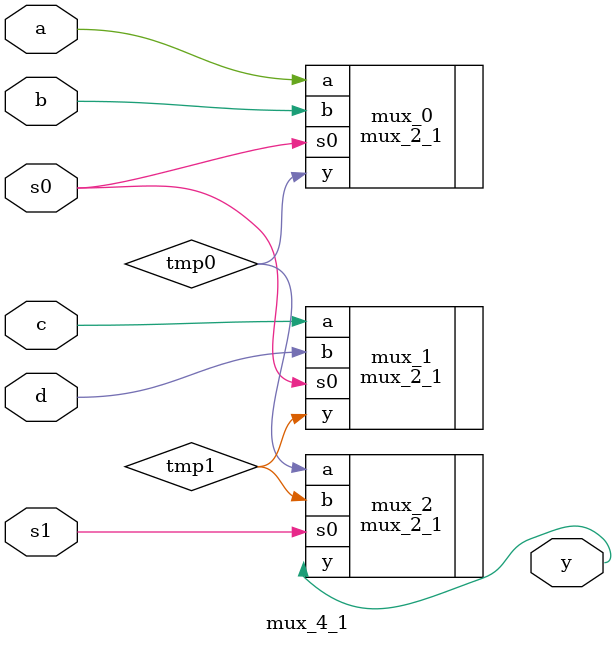
<source format=v>
module mux_4_1 (
    input  wire a,
    input  wire b,
    input  wire c,
    input  wire d,
    input  wire s0,
    input  wire s1,
    output wire y
);

  wire tmp0;
  wire tmp1;
  mux_2_1 mux_0 (
      .a (a),
      .b (b),
      .s0(s0),
      .y (tmp0)
  );

  mux_2_1 mux_1 (
      .a (c),
      .b (d),
      .s0(s0),
      .y (tmp1)
  );

  mux_2_1 mux_2 (
      .a (tmp0),
      .b (tmp1),
      .s0(s1),
      .y (y)
  );

endmodule

</source>
